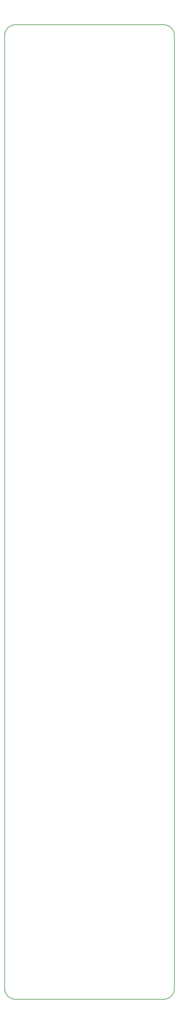
<source format=gm1>
G04 #@! TF.GenerationSoftware,KiCad,Pcbnew,5.1.5-52549c5~84~ubuntu18.04.1*
G04 #@! TF.CreationDate,2020-01-27T20:19:36-05:00*
G04 #@! TF.ProjectId,BMS_peripheral,424d535f-7065-4726-9970-686572616c2e,rev?*
G04 #@! TF.SameCoordinates,Original*
G04 #@! TF.FileFunction,Profile,NP*
%FSLAX46Y46*%
G04 Gerber Fmt 4.6, Leading zero omitted, Abs format (unit mm)*
G04 Created by KiCad (PCBNEW 5.1.5-52549c5~84~ubuntu18.04.1) date 2020-01-27 20:19:36*
%MOMM*%
%LPD*%
G04 APERTURE LIST*
%ADD10C,0.200000*%
G04 APERTURE END LIST*
D10*
X160274000Y-83185000D02*
X116586000Y-83185000D01*
X160274000Y-83185000D02*
G75*
G02X163449000Y-86360000I0J-3175000D01*
G01*
X116586000Y-370205000D02*
X160274000Y-370205000D01*
X113411000Y-86360000D02*
G75*
G02X116586000Y-83185000I3175000J0D01*
G01*
X113411000Y-86360000D02*
X113411000Y-367030000D01*
X163449000Y-367030000D02*
G75*
G02X160274000Y-370205000I-3175000J0D01*
G01*
X163449000Y-367030000D02*
X163449000Y-86360000D01*
X116586000Y-370205000D02*
G75*
G02X113411000Y-367030000I0J3175000D01*
G01*
M02*

</source>
